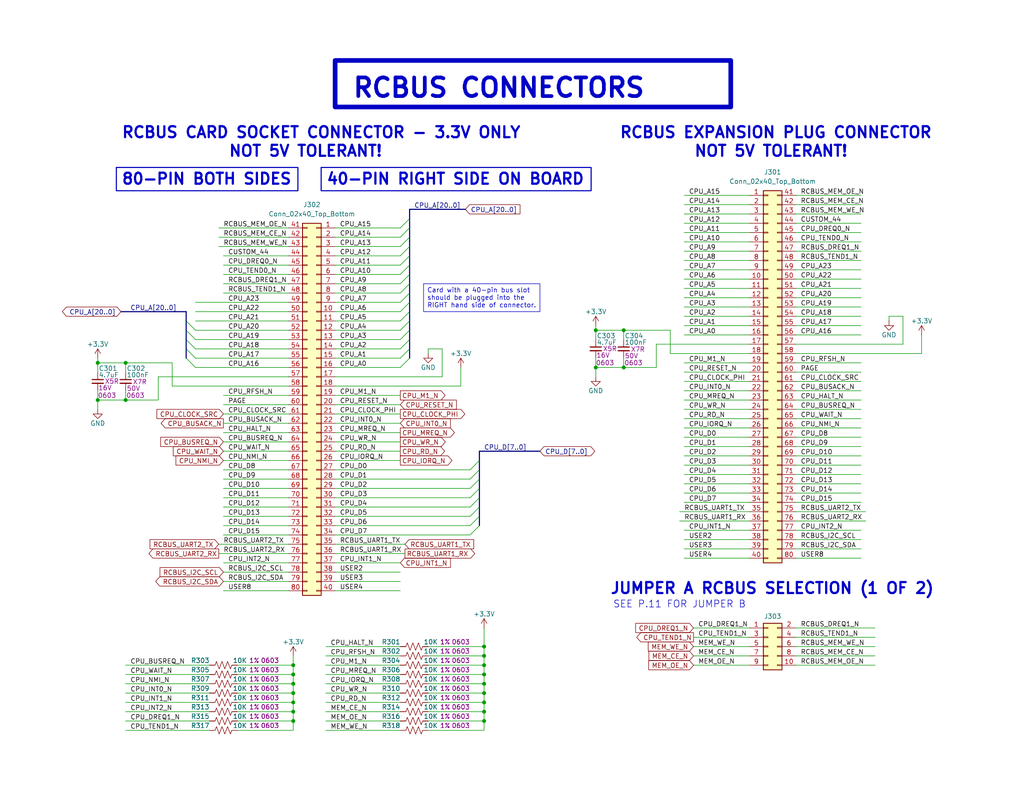
<source format=kicad_sch>
(kicad_sch (version 20231120) (generator "eeschema") (generator_version "8.0")
  (paper "A")
  (title_block (title "PETER") (date "2024-07-29") (rev "0.0") (company "Denno Wiggle") (comment 1 "CPU Bus Connections."))
  (lib_symbols
    (symbol "Connector_Generic:Conn_02x05_Odd_Even" (pin_names (offset 1.016) hide)
      (property "Reference" "J" (at 1.27 7.62 0))
      (property "Value" "Conn_02x05_Odd_Even" (at 1.27 -7.62 0))
      (symbol "Conn_02x05_Odd_Even_1_1"
        (pin passive line (at -5.08 5.08 0) (length 3.81) (name "Pin_1") (number "1"))
        (pin passive line (at 7.62 -5.08 180) (length 3.81) (name "Pin_10") (number "10"))
        (pin passive line (at 7.62 5.08 180) (length 3.81) (name "Pin_2") (number "2"))
        (pin passive line (at -5.08 2.54 0) (length 3.81) (name "Pin_3") (number "3"))
        (pin passive line (at 7.62 2.54 180) (length 3.81) (name "Pin_4") (number "4"))
        (pin passive line (at -5.08 0 0) (length 3.81) (name "Pin_5") (number "5"))
        (pin passive line (at 7.62 0 180) (length 3.81) (name "Pin_6") (number "6"))
        (pin passive line (at -5.08 -2.54 0) (length 3.81) (name "Pin_7") (number "7"))
        (pin passive line (at 7.62 -2.54 180) (length 3.81) (name "Pin_8") (number "8"))
        (pin passive line (at -5.08 -5.08 0) (length 3.81) (name "Pin_9") (number "9"))
      )
    )
    (symbol "Connector_Generic:Conn_02x40_Top_Bottom" (pin_names (offset 1.016) hide)
      (property "Reference" "J" (at 1.27 50.8 0))
      (property "Value" "Conn_02x40_Top_Bottom" (at 1.27 -53.34 0))
      (symbol "Conn_02x40_Top_Bottom_1_1"
        (pin passive line (at -5.08 48.26 0) (length 3.81) (name "Pin_1") (number "1"))
        (pin passive line (at -5.08 25.4 0) (length 3.81) (name "Pin_10") (number "10"))
        (pin passive line (at -5.08 22.86 0) (length 3.81) (name "Pin_11") (number "11"))
        (pin passive line (at -5.08 20.32 0) (length 3.81) (name "Pin_12") (number "12"))
        (pin passive line (at -5.08 17.78 0) (length 3.81) (name "Pin_13") (number "13"))
        (pin passive line (at -5.08 15.24 0) (length 3.81) (name "Pin_14") (number "14"))
        (pin passive line (at -5.08 12.7 0) (length 3.81) (name "Pin_15") (number "15"))
        (pin passive line (at -5.08 10.16 0) (length 3.81) (name "Pin_16") (number "16"))
        (pin passive line (at -5.08 7.62 0) (length 3.81) (name "Pin_17") (number "17"))
        (pin passive line (at -5.08 5.08 0) (length 3.81) (name "Pin_18") (number "18"))
        (pin passive line (at -5.08 2.54 0) (length 3.81) (name "Pin_19") (number "19"))
        (pin passive line (at -5.08 45.72 0) (length 3.81) (name "Pin_2") (number "2"))
        (pin passive line (at -5.08 0 0) (length 3.81) (name "Pin_20") (number "20"))
        (pin passive line (at -5.08 -2.54 0) (length 3.81) (name "Pin_21") (number "21"))
        (pin passive line (at -5.08 -5.08 0) (length 3.81) (name "Pin_22") (number "22"))
        (pin passive line (at -5.08 -7.62 0) (length 3.81) (name "Pin_23") (number "23"))
        (pin passive line (at -5.08 -10.16 0) (length 3.81) (name "Pin_24") (number "24"))
        (pin passive line (at -5.08 -12.7 0) (length 3.81) (name "Pin_25") (number "25"))
        (pin passive line (at -5.08 -15.24 0) (length 3.81) (name "Pin_26") (number "26"))
        (pin passive line (at -5.08 -17.78 0) (length 3.81) (name "Pin_27") (number "27"))
        (pin passive line (at -5.08 -20.32 0) (length 3.81) (name "Pin_28") (number "28"))
        (pin passive line (at -5.08 -22.86 0) (length 3.81) (name "Pin_29") (number "29"))
        (pin passive line (at -5.08 43.18 0) (length 3.81) (name "Pin_3") (number "3"))
        (pin passive line (at -5.08 -25.4 0) (length 3.81) (name "Pin_30") (number "30"))
        (pin passive line (at -5.08 -27.94 0) (length 3.81) (name "Pin_31") (number "31"))
        (pin passive line (at -5.08 -30.48 0) (length 3.81) (name "Pin_32") (number "32"))
        (pin passive line (at -5.08 -33.02 0) (length 3.81) (name "Pin_33") (number "33"))
        (pin passive line (at -5.08 -35.56 0) (length 3.81) (name "Pin_34") (number "34"))
        (pin passive line (at -5.08 -38.1 0) (length 3.81) (name "Pin_35") (number "35"))
        (pin passive line (at -5.08 -40.64 0) (length 3.81) (name "Pin_36") (number "36"))
        (pin passive line (at -5.08 -43.18 0) (length 3.81) (name "Pin_37") (number "37"))
        (pin passive line (at -5.08 -45.72 0) (length 3.81) (name "Pin_38") (number "38"))
        (pin passive line (at -5.08 -48.26 0) (length 3.81) (name "Pin_39") (number "39"))
        (pin passive line (at -5.08 40.64 0) (length 3.81) (name "Pin_4") (number "4"))
        (pin passive line (at -5.08 -50.8 0) (length 3.81) (name "Pin_40") (number "40"))
        (pin passive line (at 7.62 48.26 180) (length 3.81) (name "Pin_41") (number "41"))
        (pin passive line (at 7.62 45.72 180) (length 3.81) (name "Pin_42") (number "42"))
        (pin passive line (at 7.62 43.18 180) (length 3.81) (name "Pin_43") (number "43"))
        (pin passive line (at 7.62 40.64 180) (length 3.81) (name "Pin_44") (number "44"))
        (pin passive line (at 7.62 38.1 180) (length 3.81) (name "Pin_45") (number "45"))
        (pin passive line (at 7.62 35.56 180) (length 3.81) (name "Pin_46") (number "46"))
        (pin passive line (at 7.62 33.02 180) (length 3.81) (name "Pin_47") (number "47"))
        (pin passive line (at 7.62 30.48 180) (length 3.81) (name "Pin_48") (number "48"))
        (pin passive line (at 7.62 27.94 180) (length 3.81) (name "Pin_49") (number "49"))
        (pin passive line (at -5.08 38.1 0) (length 3.81) (name "Pin_5") (number "5"))
        (pin passive line (at 7.62 25.4 180) (length 3.81) (name "Pin_50") (number "50"))
        (pin passive line (at 7.62 22.86 180) (length 3.81) (name "Pin_51") (number "51"))
        (pin passive line (at 7.62 20.32 180) (length 3.81) (name "Pin_52") (number "52"))
        (pin passive line (at 7.62 17.78 180) (length 3.81) (name "Pin_53") (number "53"))
        (pin passive line (at 7.62 15.24 180) (length 3.81) (name "Pin_54") (number "54"))
        (pin passive line (at 7.62 12.7 180) (length 3.81) (name "Pin_55") (number "55"))
        (pin passive line (at 7.62 10.16 180) (length 3.81) (name "Pin_56") (number "56"))
        (pin passive line (at 7.62 7.62 180) (length 3.81) (name "Pin_57") (number "57"))
        (pin passive line (at 7.62 5.08 180) (length 3.81) (name "Pin_58") (number "58"))
        (pin passive line (at 7.62 2.54 180) (length 3.81) (name "Pin_59") (number "59"))
        (pin passive line (at -5.08 35.56 0) (length 3.81) (name "Pin_6") (number "6"))
        (pin passive line (at 7.62 0 180) (length 3.81) (name "Pin_60") (number "60"))
        (pin passive line (at 7.62 -2.54 180) (length 3.81) (name "Pin_61") (number "61"))
        (pin passive line (at 7.62 -5.08 180) (length 3.81) (name "Pin_62") (number "62"))
        (pin passive line (at 7.62 -7.62 180) (length 3.81) (name "Pin_63") (number "63"))
        (pin passive line (at 7.62 -10.16 180) (length 3.81) (name "Pin_64") (number "64"))
        (pin passive line (at 7.62 -12.7 180) (length 3.81) (name "Pin_65") (number "65"))
        (pin passive line (at 7.62 -15.24 180) (length 3.81) (name "Pin_66") (number "66"))
        (pin passive line (at 7.62 -17.78 180) (length 3.81) (name "Pin_67") (number "67"))
        (pin passive line (at 7.62 -20.32 180) (length 3.81) (name "Pin_68") (number "68"))
        (pin passive line (at 7.62 -22.86 180) (length 3.81) (name "Pin_69") (number "69"))
        (pin passive line (at -5.08 33.02 0) (length 3.81) (name "Pin_7") (number "7"))
        (pin passive line (at 7.62 -25.4 180) (length 3.81) (name "Pin_70") (number "70"))
        (pin passive line (at 7.62 -27.94 180) (length 3.81) (name "Pin_71") (number "71"))
        (pin passive line (at 7.62 -30.48 180) (length 3.81) (name "Pin_72") (number "72"))
        (pin passive line (at 7.62 -33.02 180) (length 3.81) (name "Pin_73") (number "73"))
        (pin passive line (at 7.62 -35.56 180) (length 3.81) (name "Pin_74") (number "74"))
        (pin passive line (at 7.62 -38.1 180) (length 3.81) (name "Pin_75") (number "75"))
        (pin passive line (at 7.62 -40.64 180) (length 3.81) (name "Pin_76") (number "76"))
        (pin passive line (at 7.62 -43.18 180) (length 3.81) (name "Pin_77") (number "77"))
        (pin passive line (at 7.62 -45.72 180) (length 3.81) (name "Pin_78") (number "78"))
        (pin passive line (at 7.62 -48.26 180) (length 3.81) (name "Pin_79") (number "79"))
        (pin passive line (at -5.08 30.48 0) (length 3.81) (name "Pin_8") (number "8"))
        (pin passive line (at 7.62 -50.8 180) (length 3.81) (name "Pin_80") (number "80"))
        (pin passive line (at -5.08 27.94 0) (length 3.81) (name "Pin_9") (number "9"))
      )
    )
    (symbol "GND_1" (power) (pin_numbers hide) (pin_names (offset 0) hide)
      (property "Value" "GND" (at 0 -3.81 0))
      (symbol "GND_1_1_1"
        (pin power_in line (at 0 0 270) (length 0) (name "~") (number "1"))
      )
    )
    (symbol "GND_2" (power) (pin_numbers hide) (pin_names (offset 0) hide)
      (property "Value" "GND" (at 0 -3.81 0))
      (symbol "GND_2_1_1"
        (pin power_in line (at 0 0 270) (length 0) (name "~") (number "1"))
      )
    )
    (symbol "WTM:C_100nF_X7R_16V_0805H" (pin_numbers hide) (pin_names (offset 0) hide)
      (property "Reference" "C" (at 0.254 3.556 0))
      (property "Value" "100nF" (at 0.254 1.778 0))
      (property "Dielectric" "X7R" (at 1.905 -0.127 0))
      (property "Voltage" "16V" (at 0.254 -1.905 0))
      (property "Footprint2" "0805H" (at 0.127 -3.81 0))
      (symbol "C_100nF_X7R_16V_0805H_1_1"
        (pin passive line (at 0 2.54 270) (length 2.032) (name "~") (number "1"))
        (pin passive line (at 0 -2.54 90) (length 2.032) (name "~") (number "2"))
      )
    )
    (symbol "WTM:C_10uF_X5R_16V_0805H" (pin_numbers hide) (pin_names (offset 0.254) hide)
      (property "Reference" "C206" (at 0.254 3.556 0))
      (property "Value" "10uF" (at 0.254 1.778 0))
      (property "Dielectric" "X5R" (at 1.905 0.762 0))
      (property "Voltage" "16V" (at 0.127 -1.016 0))
      (property "Footprint2" "0805H" (at 3.302 -3.81 0))
      (symbol "C_10uF_X5R_16V_0805H_1_1"
        (pin passive line (at 0 2.54 270) (length 2.032) (name "~") (number "1"))
        (pin passive line (at 0 -2.54 90) (length 2.032) (name "~") (number "2"))
      )
    )
    (symbol "WTM:R_33R_5%_0805H_Horizontal1" (pin_numbers hide) (pin_names (offset 0))
      (property "Reference" "R" (at -7.62 1.27 0))
      (property "Value" "33R" (at 2.54 1.27 0))
      (property "Tolerance" "5%" (at 2.54 -1.27 0))
      (property "Footprint2" "0805H" (at -8.89 -1.27 0))
      (symbol "R_33R_5%_0805H_Horizontal1_1_1"
        (pin passive line (at -3.81 0 0) (length 1.27) (name "~") (number "1"))
        (pin passive line (at 3.81 0 180) (length 1.27) (name "~") (number "2"))
      )
    )
    (symbol "power:+3.3V" (power) (pin_numbers hide) (pin_names (offset 0) hide)
      (property "Value" "+3.3V" (at 0 3.556 0))
      (symbol "+3.3V_1_1"
        (pin power_in line (at 0 0 90) (length 0) (name "~") (number "1"))
      )
    )
  )
  (junction (at 132.08 179.07))
  (junction (at 132.08 186.69))
  (junction (at 132.08 196.85))
  (junction (at 132.08 194.31))
  (junction (at 162.56 100.33))
  (junction (at 80.01 194.31))
  (junction (at 80.01 181.61))
  (junction (at 26.67 109.22))
  (junction (at 80.01 186.69))
  (junction (at 34.29 99.06))
  (junction (at 80.01 196.85))
  (junction (at 170.18 100.33))
  (junction (at 170.18 90.17))
  (junction (at 132.08 176.53))
  (junction (at 80.01 189.23))
  (junction (at 80.01 184.15))
  (junction (at 34.29 109.22))
  (junction (at 132.08 181.61))
  (junction (at 162.56 90.17))
  (junction (at 132.08 191.77))
  (junction (at 26.67 99.06))
  (junction (at 132.08 189.23))
  (junction (at 132.08 184.15))
  (junction (at 80.01 191.77))
  (bus_entry (at 109.22 64.77) (size 2.54 -2.54))
  (bus_entry (at 109.22 97.79) (size 2.54 -2.54))
  (bus_entry (at 109.22 87.63) (size 2.54 -2.54))
  (bus_entry (at 128.27 146.05) (size 2.54 -2.54))
  (bus_entry (at 128.27 140.97) (size 2.54 -2.54))
  (bus_entry (at 109.22 90.17) (size 2.54 -2.54))
  (bus_entry (at 109.22 92.71) (size 2.54 -2.54))
  (bus_entry (at 109.22 74.93) (size 2.54 -2.54))
  (bus_entry (at 109.22 72.39) (size 2.54 -2.54))
  (bus_entry (at 109.22 77.47) (size 2.54 -2.54))
  (bus_entry (at 50.8 97.79) (size 2.54 2.54))
  (bus_entry (at 128.27 135.89) (size 2.54 -2.54))
  (bus_entry (at 109.22 100.33) (size 2.54 -2.54))
  (bus_entry (at 109.22 95.25) (size 2.54 -2.54))
  (bus_entry (at 109.22 80.01) (size 2.54 -2.54))
  (bus_entry (at 50.8 95.25) (size 2.54 2.54))
  (bus_entry (at 109.22 62.23) (size 2.54 -2.54))
  (bus_entry (at 128.27 133.35) (size 2.54 -2.54))
  (bus_entry (at 50.8 87.63) (size 2.54 2.54))
  (bus_entry (at 50.8 90.17) (size 2.54 2.54))
  (bus_entry (at 128.27 128.27) (size 2.54 -2.54))
  (bus_entry (at 50.8 92.71) (size 2.54 2.54))
  (bus_entry (at 128.27 138.43) (size 2.54 -2.54))
  (bus_entry (at 109.22 67.31) (size 2.54 -2.54))
  (bus_entry (at 128.27 130.81) (size 2.54 -2.54))
  (bus_entry (at 109.22 85.09) (size 2.54 -2.54))
  (bus_entry (at 109.22 69.85) (size 2.54 -2.54))
  (bus_entry (at 109.22 82.55) (size 2.54 -2.54))
  (bus_entry (at 128.27 143.51) (size 2.54 -2.54))
  (wire (pts (xy 59.69 67.31) (xy 78.74 67.31)))
  (wire (pts (xy 217.17 66.04) (xy 234.95 66.04)))
  (wire (pts (xy 80.01 186.69) (xy 64.77 186.69)))
  (wire (pts (xy 91.44 115.57) (xy 109.22 115.57)))
  (wire (pts (xy 91.44 135.89) (xy 128.27 135.89)))
  (wire (pts (xy 186.69 58.42) (xy 204.47 58.42)))
  (wire (pts (xy 60.96 113.03) (xy 78.74 113.03)))
  (wire (pts (xy 34.29 184.15) (xy 57.15 184.15)))
  (wire (pts (xy 217.17 106.68) (xy 234.95 106.68)))
  (wire (pts (xy 217.17 124.46) (xy 234.95 124.46)))
  (wire (pts (xy 116.84 191.77) (xy 132.08 191.77)))
  (wire (pts (xy 88.9 189.23) (xy 109.22 189.23)))
  (wire (pts (xy 217.17 88.9) (xy 234.95 88.9)))
  (wire (pts (xy 91.44 85.09) (xy 109.22 85.09)))
  (wire (pts (xy 53.34 95.25) (xy 78.74 95.25)))
  (wire (pts (xy 80.01 186.69) (xy 80.01 189.23)))
  (wire (pts (xy 186.69 60.96) (xy 204.47 60.96)))
  (wire (pts (xy 217.17 58.42) (xy 234.95 58.42)))
  (wire (pts (xy 60.96 130.81) (xy 78.74 130.81)))
  (wire (pts (xy 186.69 129.54) (xy 204.47 129.54)))
  (wire (pts (xy 186.69 134.62) (xy 204.47 134.62)))
  (wire (pts (xy 116.84 199.39) (xy 132.08 199.39)))
  (wire (pts (xy 91.44 72.39) (xy 109.22 72.39)))
  (wire (pts (xy 53.34 92.71) (xy 78.74 92.71)))
  (wire (pts (xy 88.9 176.53) (xy 109.22 176.53)))
  (wire (pts (xy 34.29 194.31) (xy 57.15 194.31)))
  (wire (pts (xy 217.17 53.34) (xy 234.95 53.34)))
  (wire (pts (xy 91.44 143.51) (xy 128.27 143.51)))
  (wire (pts (xy 217.17 134.62) (xy 234.95 134.62)))
  (wire (pts (xy 80.01 189.23) (xy 64.77 189.23)))
  (wire (pts (xy 132.08 194.31) (xy 132.08 191.77)))
  (wire (pts (xy 116.84 181.61) (xy 132.08 181.61)))
  (wire (pts (xy 60.96 110.49) (xy 78.74 110.49)))
  (wire (pts (xy 217.17 68.58) (xy 234.95 68.58)))
  (wire (pts (xy 60.96 120.65) (xy 78.74 120.65)))
  (bus (pts (xy 111.76 97.79) (xy 111.76 95.25)))
  (wire (pts (xy 185.42 139.7) (xy 204.47 139.7)))
  (wire (pts (xy 186.69 124.46) (xy 204.47 124.46)))
  (wire (pts (xy 26.67 99.06) (xy 34.29 99.06)))
  (wire (pts (xy 59.69 151.13) (xy 78.74 151.13)))
  (wire (pts (xy 80.01 181.61) (xy 64.77 181.61)))
  (wire (pts (xy 80.01 196.85) (xy 80.01 194.31)))
  (wire (pts (xy 132.08 184.15) (xy 132.08 186.69)))
  (wire (pts (xy 91.44 82.55) (xy 109.22 82.55)))
  (wire (pts (xy 34.29 109.22) (xy 43.18 109.22)))
  (wire (pts (xy 91.44 64.77) (xy 109.22 64.77)))
  (wire (pts (xy 186.69 68.58) (xy 204.47 68.58)))
  (wire (pts (xy 186.69 121.92) (xy 204.47 121.92)))
  (bus (pts (xy 130.81 130.81) (xy 130.81 128.27)))
  (bus (pts (xy 130.81 135.89) (xy 130.81 133.35)))
  (wire (pts (xy 60.96 80.01) (xy 78.74 80.01)))
  (wire (pts (xy 91.44 87.63) (xy 109.22 87.63)))
  (wire (pts (xy 186.69 53.34) (xy 204.47 53.34)))
  (wire (pts (xy 60.96 69.85) (xy 78.74 69.85)))
  (wire (pts (xy 179.07 93.98) (xy 204.47 93.98)))
  (wire (pts (xy 185.42 142.24) (xy 204.47 142.24)))
  (wire (pts (xy 217.17 73.66) (xy 234.95 73.66)))
  (wire (pts (xy 217.17 93.98) (xy 246.38 93.98)))
  (wire (pts (xy 186.69 101.6) (xy 204.47 101.6)))
  (wire (pts (xy 162.56 90.17) (xy 162.56 92.71)))
  (wire (pts (xy 116.84 176.53) (xy 132.08 176.53)))
  (wire (pts (xy 217.17 71.12) (xy 234.95 71.12)))
  (wire (pts (xy 132.08 186.69) (xy 132.08 189.23)))
  (wire (pts (xy 91.44 113.03) (xy 109.22 113.03)))
  (wire (pts (xy 120.65 95.25) (xy 120.65 102.87)))
  (wire (pts (xy 26.67 97.79) (xy 26.67 99.06)))
  (wire (pts (xy 26.67 109.22) (xy 26.67 106.68)))
  (wire (pts (xy 60.96 135.89) (xy 78.74 135.89)))
  (wire (pts (xy 34.29 199.39) (xy 57.15 199.39)))
  (bus (pts (xy 50.8 87.63) (xy 50.8 90.17)))
  (wire (pts (xy 60.96 118.11) (xy 78.74 118.11)))
  (bus (pts (xy 130.81 140.97) (xy 130.81 138.43)))
  (bus (pts (xy 111.76 95.25) (xy 111.76 92.71)))
  (wire (pts (xy 64.77 191.77) (xy 80.01 191.77)))
  (wire (pts (xy 186.69 55.88) (xy 204.47 55.88)))
  (wire (pts (xy 34.29 109.22) (xy 26.67 109.22)))
  (wire (pts (xy 53.34 90.17) (xy 78.74 90.17)))
  (wire (pts (xy 43.18 102.87) (xy 78.74 102.87)))
  (wire (pts (xy 179.07 100.33) (xy 179.07 93.98)))
  (wire (pts (xy 34.29 189.23) (xy 57.15 189.23)))
  (wire (pts (xy 217.17 91.44) (xy 234.95 91.44)))
  (wire (pts (xy 91.44 105.41) (xy 125.73 105.41)))
  (wire (pts (xy 64.77 196.85) (xy 80.01 196.85)))
  (wire (pts (xy 186.69 63.5) (xy 204.47 63.5)))
  (wire (pts (xy 59.69 148.59) (xy 78.74 148.59)))
  (wire (pts (xy 91.44 80.01) (xy 109.22 80.01)))
  (wire (pts (xy 217.17 173.99) (xy 238.76 173.99)))
  (wire (pts (xy 34.29 186.69) (xy 57.15 186.69)))
  (wire (pts (xy 88.9 191.77) (xy 109.22 191.77)))
  (wire (pts (xy 217.17 147.32) (xy 234.95 147.32)))
  (wire (pts (xy 182.88 90.17) (xy 182.88 96.52)))
  (bus (pts (xy 50.8 95.25) (xy 50.8 97.79)))
  (wire (pts (xy 186.69 83.82) (xy 204.47 83.82)))
  (wire (pts (xy 60.96 143.51) (xy 78.74 143.51)))
  (wire (pts (xy 217.17 86.36) (xy 234.95 86.36)))
  (wire (pts (xy 64.77 194.31) (xy 80.01 194.31)))
  (wire (pts (xy 186.69 91.44) (xy 204.47 91.44)))
  (wire (pts (xy 59.69 64.77) (xy 78.74 64.77)))
  (bus (pts (xy 111.76 87.63) (xy 111.76 85.09)))
  (bus (pts (xy 111.76 57.15) (xy 127 57.15)))
  (bus (pts (xy 111.76 64.77) (xy 111.76 62.23)))
  (wire (pts (xy 217.17 81.28) (xy 234.95 81.28)))
  (wire (pts (xy 162.56 100.33) (xy 162.56 102.87)))
  (wire (pts (xy 217.17 104.14) (xy 234.95 104.14)))
  (bus (pts (xy 50.8 92.71) (xy 50.8 95.25)))
  (bus (pts (xy 130.81 123.19) (xy 147.32 123.19)))
  (wire (pts (xy 91.44 148.59) (xy 110.49 148.59)))
  (wire (pts (xy 91.44 107.95) (xy 109.22 107.95)))
  (wire (pts (xy 170.18 97.79) (xy 170.18 100.33)))
  (wire (pts (xy 186.69 132.08) (xy 204.47 132.08)))
  (wire (pts (xy 170.18 90.17) (xy 182.88 90.17)))
  (wire (pts (xy 217.17 83.82) (xy 234.95 83.82)))
  (wire (pts (xy 91.44 151.13) (xy 110.49 151.13)))
  (wire (pts (xy 91.44 90.17) (xy 109.22 90.17)))
  (bus (pts (xy 111.76 92.71) (xy 111.76 90.17)))
  (bus (pts (xy 50.8 85.09) (xy 50.8 87.63)))
  (wire (pts (xy 189.23 171.45) (xy 204.47 171.45)))
  (wire (pts (xy 246.38 86.36) (xy 246.38 93.98)))
  (wire (pts (xy 88.9 184.15) (xy 109.22 184.15)))
  (wire (pts (xy 60.96 77.47) (xy 78.74 77.47)))
  (wire (pts (xy 91.44 161.29) (xy 109.22 161.29)))
  (wire (pts (xy 34.29 181.61) (xy 57.15 181.61)))
  (wire (pts (xy 189.23 181.61) (xy 204.47 181.61)))
  (wire (pts (xy 251.46 91.44) (xy 251.46 96.52)))
  (wire (pts (xy 91.44 125.73) (xy 109.22 125.73)))
  (wire (pts (xy 53.34 82.55) (xy 78.74 82.55)))
  (wire (pts (xy 132.08 171.45) (xy 132.08 176.53)))
  (wire (pts (xy 60.96 72.39) (xy 78.74 72.39)))
  (wire (pts (xy 186.69 144.78) (xy 204.47 144.78)))
  (wire (pts (xy 91.44 128.27) (xy 128.27 128.27)))
  (wire (pts (xy 186.69 109.22) (xy 204.47 109.22)))
  (bus (pts (xy 50.8 90.17) (xy 50.8 92.71)))
  (wire (pts (xy 91.44 69.85) (xy 109.22 69.85)))
  (wire (pts (xy 217.17 142.24) (xy 236.22 142.24)))
  (wire (pts (xy 60.96 158.75) (xy 78.74 158.75)))
  (wire (pts (xy 217.17 152.4) (xy 234.95 152.4)))
  (bus (pts (xy 130.81 133.35) (xy 130.81 130.81)))
  (wire (pts (xy 91.44 140.97) (xy 128.27 140.97)))
  (wire (pts (xy 186.69 137.16) (xy 204.47 137.16)))
  (wire (pts (xy 125.73 100.33) (xy 125.73 105.41)))
  (wire (pts (xy 34.29 99.06) (xy 46.99 99.06)))
  (wire (pts (xy 186.69 78.74) (xy 204.47 78.74)))
  (wire (pts (xy 91.44 67.31) (xy 109.22 67.31)))
  (wire (pts (xy 80.01 184.15) (xy 80.01 186.69)))
  (wire (pts (xy 242.57 86.36) (xy 242.57 87.63)))
  (bus (pts (xy 111.76 62.23) (xy 111.76 59.69)))
  (wire (pts (xy 186.69 119.38) (xy 204.47 119.38)))
  (wire (pts (xy 53.34 97.79) (xy 78.74 97.79)))
  (wire (pts (xy 217.17 99.06) (xy 234.95 99.06)))
  (wire (pts (xy 60.96 140.97) (xy 78.74 140.97)))
  (wire (pts (xy 91.44 158.75) (xy 109.22 158.75)))
  (wire (pts (xy 217.17 139.7) (xy 236.22 139.7)))
  (wire (pts (xy 217.17 119.38) (xy 234.95 119.38)))
  (bus (pts (xy 111.76 77.47) (xy 111.76 74.93)))
  (wire (pts (xy 217.17 55.88) (xy 234.95 55.88)))
  (wire (pts (xy 91.44 133.35) (xy 128.27 133.35)))
  (wire (pts (xy 217.17 144.78) (xy 234.95 144.78)))
  (wire (pts (xy 186.69 127) (xy 204.47 127)))
  (wire (pts (xy 132.08 179.07) (xy 132.08 181.61)))
  (wire (pts (xy 91.44 92.71) (xy 109.22 92.71)))
  (bus (pts (xy 111.76 80.01) (xy 111.76 77.47)))
  (wire (pts (xy 88.9 194.31) (xy 109.22 194.31)))
  (wire (pts (xy 80.01 181.61) (xy 80.01 184.15)))
  (wire (pts (xy 186.69 86.36) (xy 204.47 86.36)))
  (wire (pts (xy 186.69 81.28) (xy 204.47 81.28)))
  (wire (pts (xy 60.96 138.43) (xy 78.74 138.43)))
  (wire (pts (xy 59.69 62.23) (xy 78.74 62.23)))
  (wire (pts (xy 60.96 161.29) (xy 78.74 161.29)))
  (wire (pts (xy 80.01 194.31) (xy 80.01 191.77)))
  (wire (pts (xy 60.96 133.35) (xy 78.74 133.35)))
  (wire (pts (xy 34.29 99.06) (xy 34.29 101.6)))
  (wire (pts (xy 186.69 73.66) (xy 204.47 73.66)))
  (wire (pts (xy 116.84 95.25) (xy 116.84 96.52)))
  (wire (pts (xy 116.84 194.31) (xy 132.08 194.31)))
  (wire (pts (xy 217.17 149.86) (xy 234.95 149.86)))
  (wire (pts (xy 186.69 99.06) (xy 204.47 99.06)))
  (wire (pts (xy 91.44 153.67) (xy 109.22 153.67)))
  (wire (pts (xy 186.69 71.12) (xy 204.47 71.12)))
  (wire (pts (xy 132.08 176.53) (xy 132.08 179.07)))
  (wire (pts (xy 60.96 125.73) (xy 78.74 125.73)))
  (bus (pts (xy 130.81 138.43) (xy 130.81 135.89)))
  (bus (pts (xy 111.76 59.69) (xy 111.76 57.15)))
  (wire (pts (xy 162.56 88.9) (xy 162.56 90.17)))
  (bus (pts (xy 130.81 128.27) (xy 130.81 125.73)))
  (wire (pts (xy 91.44 130.81) (xy 128.27 130.81)))
  (wire (pts (xy 91.44 156.21) (xy 109.22 156.21)))
  (wire (pts (xy 91.44 110.49) (xy 109.22 110.49)))
  (wire (pts (xy 53.34 100.33) (xy 78.74 100.33)))
  (wire (pts (xy 34.29 106.68) (xy 34.29 109.22)))
  (wire (pts (xy 217.17 116.84) (xy 234.95 116.84)))
  (wire (pts (xy 246.38 86.36) (xy 242.57 86.36)))
  (wire (pts (xy 217.17 129.54) (xy 234.95 129.54)))
  (wire (pts (xy 120.65 95.25) (xy 116.84 95.25)))
  (bus (pts (xy 111.76 90.17) (xy 111.76 87.63)))
  (wire (pts (xy 189.23 179.07) (xy 204.47 179.07)))
  (wire (pts (xy 116.84 196.85) (xy 132.08 196.85)))
  (wire (pts (xy 186.69 88.9) (xy 204.47 88.9)))
  (wire (pts (xy 53.34 87.63) (xy 78.74 87.63)))
  (wire (pts (xy 91.44 102.87) (xy 120.65 102.87)))
  (wire (pts (xy 46.99 99.06) (xy 46.99 105.41)))
  (wire (pts (xy 88.9 181.61) (xy 109.22 181.61)))
  (wire (pts (xy 186.69 114.3) (xy 204.47 114.3)))
  (wire (pts (xy 60.96 153.67) (xy 78.74 153.67)))
  (bus (pts (xy 111.76 72.39) (xy 111.76 69.85)))
  (wire (pts (xy 91.44 74.93) (xy 109.22 74.93)))
  (wire (pts (xy 60.96 115.57) (xy 78.74 115.57)))
  (wire (pts (xy 60.96 74.93) (xy 78.74 74.93)))
  (wire (pts (xy 91.44 62.23) (xy 109.22 62.23)))
  (wire (pts (xy 162.56 100.33) (xy 162.56 97.79)))
  (bus (pts (xy 111.76 85.09) (xy 111.76 82.55)))
  (wire (pts (xy 217.17 132.08) (xy 234.95 132.08)))
  (wire (pts (xy 60.96 128.27) (xy 78.74 128.27)))
  (bus (pts (xy 130.81 125.73) (xy 130.81 123.19)))
  (wire (pts (xy 116.84 179.07) (xy 132.08 179.07)))
  (wire (pts (xy 60.96 146.05) (xy 78.74 146.05)))
  (wire (pts (xy 116.84 189.23) (xy 132.08 189.23)))
  (wire (pts (xy 217.17 121.92) (xy 234.95 121.92)))
  (wire (pts (xy 217.17 63.5) (xy 234.95 63.5)))
  (wire (pts (xy 132.08 199.39) (xy 132.08 196.85)))
  (wire (pts (xy 88.9 186.69) (xy 109.22 186.69)))
  (wire (pts (xy 217.17 101.6) (xy 234.95 101.6)))
  (wire (pts (xy 116.84 186.69) (xy 132.08 186.69)))
  (wire (pts (xy 91.44 95.25) (xy 109.22 95.25)))
  (wire (pts (xy 170.18 90.17) (xy 170.18 92.71)))
  (wire (pts (xy 186.69 104.14) (xy 204.47 104.14)))
  (wire (pts (xy 26.67 99.06) (xy 26.67 101.6)))
  (wire (pts (xy 189.23 176.53) (xy 204.47 176.53)))
  (wire (pts (xy 170.18 100.33) (xy 179.07 100.33)))
  (wire (pts (xy 217.17 109.22) (xy 234.95 109.22)))
  (wire (pts (xy 91.44 118.11) (xy 109.22 118.11)))
  (wire (pts (xy 217.17 179.07) (xy 238.76 179.07)))
  (wire (pts (xy 170.18 100.33) (xy 162.56 100.33)))
  (wire (pts (xy 186.69 116.84) (xy 204.47 116.84)))
  (wire (pts (xy 132.08 189.23) (xy 132.08 191.77)))
  (wire (pts (xy 91.44 146.05) (xy 128.27 146.05)))
  (bus (pts (xy 111.76 82.55) (xy 111.76 80.01)))
  (bus (pts (xy 111.76 74.93) (xy 111.76 72.39)))
  (wire (pts (xy 186.69 152.4) (xy 204.47 152.4)))
  (wire (pts (xy 91.44 138.43) (xy 128.27 138.43)))
  (wire (pts (xy 80.01 184.15) (xy 64.77 184.15)))
  (wire (pts (xy 217.17 96.52) (xy 251.46 96.52)))
  (wire (pts (xy 34.29 196.85) (xy 57.15 196.85)))
  (wire (pts (xy 189.23 173.99) (xy 204.47 173.99)))
  (wire (pts (xy 88.9 196.85) (xy 109.22 196.85)))
  (wire (pts (xy 162.56 90.17) (xy 170.18 90.17)))
  (wire (pts (xy 80.01 199.39) (xy 80.01 196.85)))
  (wire (pts (xy 217.17 176.53) (xy 238.76 176.53)))
  (wire (pts (xy 91.44 100.33) (xy 109.22 100.33)))
  (wire (pts (xy 46.99 105.41) (xy 78.74 105.41)))
  (wire (pts (xy 53.34 85.09) (xy 78.74 85.09)))
  (bus (pts (xy 111.76 69.85) (xy 111.76 67.31)))
  (wire (pts (xy 91.44 123.19) (xy 109.22 123.19)))
  (bus (pts (xy 130.81 143.51) (xy 130.81 140.97)))
  (wire (pts (xy 60.96 107.95) (xy 78.74 107.95)))
  (wire (pts (xy 182.88 96.52) (xy 204.47 96.52)))
  (wire (pts (xy 60.96 156.21) (xy 78.74 156.21)))
  (wire (pts (xy 64.77 199.39) (xy 80.01 199.39)))
  (wire (pts (xy 43.18 109.22) (xy 43.18 102.87)))
  (wire (pts (xy 88.9 179.07) (xy 109.22 179.07)))
  (wire (pts (xy 217.17 111.76) (xy 234.95 111.76)))
  (wire (pts (xy 217.17 137.16) (xy 234.95 137.16)))
  (wire (pts (xy 186.69 106.68) (xy 204.47 106.68)))
  (wire (pts (xy 132.08 196.85) (xy 132.08 194.31)))
  (wire (pts (xy 186.69 66.04) (xy 204.47 66.04)))
  (wire (pts (xy 186.69 149.86) (xy 204.47 149.86)))
  (wire (pts (xy 217.17 60.96) (xy 234.95 60.96)))
  (bus (pts (xy 111.76 67.31) (xy 111.76 64.77)))
  (wire (pts (xy 80.01 179.07) (xy 80.01 181.61)))
  (wire (pts (xy 91.44 77.47) (xy 109.22 77.47)))
  (wire (pts (xy 132.08 181.61) (xy 132.08 184.15)))
  (wire (pts (xy 217.17 171.45) (xy 238.76 171.45)))
  (wire (pts (xy 186.69 76.2) (xy 204.47 76.2)))
  (wire (pts (xy 80.01 191.77) (xy 80.01 189.23)))
  (bus (pts (xy 33.02 85.09) (xy 50.8 85.09)))
  (wire (pts (xy 186.69 111.76) (xy 204.47 111.76)))
  (wire (pts (xy 26.67 109.22) (xy 26.67 111.76)))
  (wire (pts (xy 91.44 120.65) (xy 109.22 120.65)))
  (wire (pts (xy 60.96 123.19) (xy 78.74 123.19)))
  (wire (pts (xy 186.69 147.32) (xy 204.47 147.32)))
  (wire (pts (xy 217.17 181.61) (xy 238.76 181.61)))
  (wire (pts (xy 217.17 127) (xy 234.95 127)))
  (wire (pts (xy 217.17 76.2) (xy 234.95 76.2)))
  (wire (pts (xy 34.29 191.77) (xy 57.15 191.77)))
  (wire (pts (xy 217.17 114.3) (xy 234.95 114.3)))
  (wire (pts (xy 91.44 97.79) (xy 109.22 97.79)))
  (wire (pts (xy 217.17 78.74) (xy 234.95 78.74)))
  (wire (pts (xy 88.9 199.39) (xy 109.22 199.39)))
  (wire (pts (xy 116.84 184.15) (xy 132.08 184.15)))
  (rectangle (start 87.63 45.72) (end 161.29 52.07) (stroke (width 0.3)))
  (rectangle (start 31.75 45.72) (end 81.28 52.07) (stroke (width 0.3)))
  (text_box "Card with a 40-pin bus slot should be plugged into the RIGHT hand side of connector." (at 115.57 77.47 0) (size 31.75 7.62) (effects (font (size 1.27 1.27)) (justify left top)))
  (text_box "RCBUS CONNECTORS" (at 91.44 16.51 0) (size 107.95 12.7) (stroke (width 1.27)) (effects (font (size 5.08 5.08) (thickness 1.016) (bold yes)) (justify left top)))
  (text "SEE P.11 FOR JUMPER B" (at 185.42 165.1 0) (effects (font (size 1.905 1.905))))
  (text "RCBUS EXPANSION PLUG CONNECTOR" (at 168.91 38.1 0) (effects (font (size 2.9972 2.9972) (thickness 0.5994) (bold yes)) (justify left bottom)))
  (text "40-PIN RIGHT SIDE ON BOARD" (at 88.9 50.8 0) (effects (font (size 2.9972 2.9972) (thickness 0.5994) (bold yes)) (justify left bottom)))
  (text "JUMPER A RCBUS SELECTION (1 OF 2)" (at 166.37 162.56 0) (effects (font (size 2.9972 2.9972) (thickness 0.5994) (bold yes)) (justify left bottom)))
  (text "80-PIN BOTH SIDES" (at 33.02 50.8 0) (effects (font (size 2.9972 2.9972) (thickness 0.5994) (bold yes)) (justify left bottom)))
  (text "NOT 5V TOLERANT!" (at 62.23 43.18 0) (effects (font (size 2.9972 2.9972) (thickness 0.5994) (bold yes)) (justify left bottom)))
  (text "RCBUS CARD SOCKET CONNECTOR - 3.3V ONLY" (at 33.02 38.1 0) (effects (font (size 2.9972 2.9972) (thickness 0.5994) (bold yes)) (justify left bottom)))
  (text "NOT 5V TOLERANT!" (at 189.23 43.18 0) (effects (font (size 2.9972 2.9972) (thickness 0.5994) (bold yes)) (justify left bottom)))
  (label "CPU_A23" (at 62.23 82.55 0))
  (label "CUSTOM_44" (at 218.44 60.96 0))
  (label "CPU_D15" (at 218.44 137.16 0))
  (label "CPU_D4" (at 187.96 129.54 0))
  (label "RCBUS_I2C_SDA" (at 62.23 158.75 0))
  (label "CPU_MREQ_N" (at 187.96 109.22 0))
  (label "RCBUS_DREQ1_N" (at 218.44 171.45 0))
  (label "CPU_INT2_N" (at 218.44 144.78 0))
  (label "RCBUS_TEND1_N" (at 218.44 71.12 0))
  (label "USER3" (at 92.71 158.75 0))
  (label "CPU_A13" (at 92.71 67.31 0))
  (label "CPU_WAIT_N" (at 218.44 114.3 0))
  (label "CPU_A8" (at 187.96 71.12 0))
  (label "CPU_D7" (at 187.96 137.16 0))
  (label "CPU_D[7..0]" (at 132.08 123.19 0))
  (label "MEM_CE_N" (at 90.17 194.31 0))
  (label "CPU_IORQ_N" (at 187.96 116.84 0))
  (label "RCBUS_I2C_SCL" (at 218.44 147.32 0))
  (label "CPU_A13" (at 187.96 58.42 0))
  (label "USER2" (at 92.71 156.21 0))
  (label "CPU_A16" (at 62.23 100.33 0))
  (label "CPU_A1" (at 92.71 97.79 0))
  (label "RCBUS_MEM_CE_N" (at 60.96 64.77 0))
  (label "CPU_HALT_N" (at 62.23 118.11 0))
  (label "CPU_DREQ0_N" (at 62.23 72.39 0))
  (label "CPU_INT2_N" (at 62.23 153.67 0))
  (label "RCBUS_UART1_RX" (at 92.71 151.13 0))
  (label "CPU_D2" (at 92.71 133.35 0))
  (label "CPU_A20" (at 62.23 90.17 0))
  (label "CPU_A19" (at 218.44 83.82 0))
  (label "CPU_MREQ_N" (at 90.17 184.15 0))
  (label "CPU_NMI_N" (at 62.23 125.73 0))
  (label "CPU_A12" (at 187.96 60.96 0))
  (label "CPU_D7" (at 92.71 146.05 0))
  (label "CPU_A5" (at 92.71 87.63 0))
  (label "CPU_A7" (at 187.96 73.66 0))
  (label "CPU_A11" (at 187.96 63.5 0))
  (label "CPU_A0" (at 92.71 100.33 0))
  (label "RCBUS_I2C_SDA" (at 218.44 149.86 0))
  (label "CPU_MREQ_N" (at 92.71 118.11 0))
  (label "CPU_HALT_N" (at 218.44 109.22 0))
  (label "CPU_D6" (at 187.96 134.62 0))
  (label "USER8" (at 62.23 161.29 0))
  (label "CPU_D6" (at 92.71 143.51 0))
  (label "CPU_D14" (at 218.44 134.62 0))
  (label "RCBUS_UART2_TX" (at 60.96 148.59 0))
  (label "CPU_D4" (at 92.71 138.43 0))
  (label "CPU_RESET_N" (at 187.96 101.6 0))
  (label "CPU_BUSREQ_N" (at 218.44 111.76 0))
  (label "CPU_A8" (at 92.71 80.01 0))
  (label "CPU_M1_N" (at 187.96 99.06 0))
  (label "CPU_A16" (at 218.44 91.44 0))
  (label "RCBUS_UART1_TX" (at 92.71 148.59 0))
  (label "CPU_DREQ0_N" (at 218.44 63.5 0))
  (label "CPU_D3" (at 187.96 127 0))
  (label "RCBUS_UART2_TX" (at 218.44 139.7 0))
  (label "CPU_INT1_N" (at 187.96 144.78 0))
  (label "RCBUS_UART1_TX" (at 186.69 139.7 0))
  (label "CPU_D9" (at 62.23 130.81 0))
  (label "MEM_CE_N" (at 190.5 179.07 0))
  (label "CPU_A19" (at 62.23 92.71 0))
  (label "CPU_INT0_N" (at 92.71 115.57 0))
  (label "CPU_D0" (at 92.71 128.27 0))
  (label "CPU_D10" (at 62.23 133.35 0))
  (label "RCBUS_MEM_OE_N" (at 218.44 181.61 0))
  (label "CPU_RESET_N" (at 92.71 110.49 0))
  (label "CPU_D5" (at 187.96 132.08 0))
  (label "CPU_A3" (at 92.71 92.71 0))
  (label "CPU_A9" (at 92.71 77.47 0))
  (label "CPU_D2" (at 187.96 124.46 0))
  (label "CPU_A22" (at 62.23 85.09 0))
  (label "CPU_TEND1_N" (at 190.5 173.99 0))
  (label "CPU_BUSACK_N" (at 218.44 106.68 0))
  (label "USER4" (at 187.96 152.4 0))
  (label "RCBUS_MEM_WE_N" (at 218.44 176.53 0))
  (label "CPU_CLOCK_PHI" (at 92.71 113.03 0))
  (label "CPU_A3" (at 187.96 83.82 0))
  (label "PAGE" (at 218.44 101.6 0))
  (label "CPU_A5" (at 187.96 78.74 0))
  (label "CPU_A17" (at 62.23 97.79 0))
  (label "CPU_INT0_N" (at 35.56 189.23 0))
  (label "CPU_D10" (at 218.44 124.46 0))
  (label "CPU_A10" (at 92.71 74.93 0))
  (label "CPU_A21" (at 218.44 78.74 0))
  (label "CPU_RFSH_N" (at 90.17 179.07 0))
  (label "CPU_A10" (at 187.96 66.04 0))
  (label "CPU_INT1_N" (at 35.56 191.77 0))
  (label "CPU_NMI_N" (at 35.56 186.69 0))
  (label "USER2" (at 187.96 147.32 0))
  (label "CPU_D9" (at 218.44 121.92 0))
  (label "RCBUS_MEM_CE_N" (at 218.44 179.07 0))
  (label "CPU_A17" (at 218.44 88.9 0))
  (label "CPU_D13" (at 62.23 140.97 0))
  (label "CPU_CLOCK_PHI" (at 187.96 104.14 0))
  (label "CPU_D11" (at 218.44 127 0))
  (label "CPU_CLOCK_SRC" (at 218.44 104.14 0))
  (label "CPU_D12" (at 62.23 138.43 0))
  (label "CPU_D8" (at 218.44 119.38 0))
  (label "CPU_A14" (at 92.71 64.77 0))
  (label "CPU_D8" (at 62.23 128.27 0))
  (label "CPU_CLOCK_SRC" (at 62.23 113.03 0))
  (label "CPU_D13" (at 218.44 132.08 0))
  (label "CPU_A4" (at 187.96 81.28 0))
  (label "RCBUS_TEND1_N" (at 218.44 173.99 0))
  (label "USER3" (at 187.96 149.86 0))
  (label "CPU_A18" (at 62.23 95.25 0))
  (label "CPU_RD_N" (at 90.17 191.77 0))
  (label "PAGE" (at 62.23 110.49 0))
  (label "CPU_A6" (at 187.96 76.2 0))
  (label "CPU_A18" (at 218.44 86.36 0))
  (label "CPU_A14" (at 187.96 55.88 0))
  (label "RCBUS_TEND1_N" (at 62.23 80.01 0))
  (label "RCBUS_MEM_CE_N" (at 218.44 55.88 0))
  (label "MEM_OE_N" (at 190.5 181.61 0))
  (label "CPU_A15" (at 92.71 62.23 0))
  (label "RCBUS_I2C_SCL" (at 62.23 156.21 0))
  (label "RCBUS_MEM_OE_N" (at 60.96 62.23 0))
  (label "CPU_M1_N" (at 90.17 181.61 0))
  (label "CPU_A11" (at 92.71 72.39 0))
  (label "RCBUS_MEM_OE_N" (at 218.44 53.34 0))
  (label "CPU_A4" (at 92.71 90.17 0))
  (label "CPU_IORQ_N" (at 90.17 186.69 0))
  (label "CPU_BUSREQ_N" (at 35.56 181.61 0))
  (label "CPU_A1" (at 187.96 88.9 0))
  (label "CPU_A21" (at 62.23 87.63 0))
  (label "CUSTOM_44" (at 62.23 69.85 0))
  (label "CPU_A0" (at 187.96 91.44 0))
  (label "CPU_D12" (at 218.44 129.54 0))
  (label "MEM_WE_N" (at 190.5 176.53 0))
  (label "RCBUS_UART1_RX" (at 186.69 142.24 0))
  (label "CPU_A6" (at 92.71 85.09 0))
  (label "RCBUS_MEM_WE_N" (at 60.96 67.31 0))
  (label "CPU_WAIT_N" (at 35.56 184.15 0))
  (label "CPU_IORQ_N" (at 92.71 125.73 0))
  (label "CPU_A22" (at 218.44 76.2 0))
  (label "CPU_WR_N" (at 187.96 111.76 0))
  (label "CPU_HALT_N" (at 90.17 176.53 0))
  (label "CPU_RD_N" (at 92.71 123.19 0))
  (label "CPU_A2" (at 92.71 95.25 0))
  (label "CPU_M1_N" (at 92.71 107.95 0))
  (label "CPU_A2" (at 187.96 86.36 0))
  (label "CPU_A20" (at 218.44 81.28 0))
  (label "CPU_A7" (at 92.71 82.55 0))
  (label "CPU_RD_N" (at 187.96 114.3 0))
  (label "CPU_NMI_N" (at 218.44 116.84 0))
  (label "CPU_DREQ1_N" (at 190.5 171.45 0))
  (label "CPU_TEND0_N" (at 62.23 74.93 0))
  (label "CPU_INT1_N" (at 92.71 153.67 0))
  (label "MEM_WE_N" (at 90.17 199.39 0))
  (label "USER4" (at 92.71 161.29 0))
  (label "CPU_WR_N" (at 90.17 189.23 0))
  (label "CPU_A23" (at 218.44 73.66 0))
  (label "CPU_BUSREQ_N" (at 62.23 120.65 0))
  (label "CPU_D3" (at 92.71 135.89 0))
  (label "CPU_D14" (at 62.23 143.51 0))
  (label "RCBUS_UART2_RX" (at 60.96 151.13 0))
  (label "CPU_D11" (at 62.23 135.89 0))
  (label "RCBUS_DREQ1_N" (at 218.44 68.58 0))
  (label "CPU_INT0_N" (at 187.96 106.68 0))
  (label "CPU_DREQ1_N" (at 35.56 196.85 0))
  (label "CPU_A12" (at 92.71 69.85 0))
  (label "CPU_A15" (at 187.96 53.34 0))
  (label "RCBUS_DREQ1_N" (at 62.23 77.47 0))
  (label "MEM_OE_N" (at 90.17 196.85 0))
  (label "USER8" (at 218.44 152.4 0))
  (label "CPU_WAIT_N" (at 62.23 123.19 0))
  (label "CPU_D15" (at 62.23 146.05 0))
  (label "CPU_BUSACK_N" (at 62.23 115.57 0))
  (label "CPU_WR_N" (at 92.71 120.65 0))
  (label "CPU_D5" (at 92.71 140.97 0))
  (label "CPU_TEND1_N" (at 35.56 199.39 0))
  (label "CPU_D0" (at 187.96 119.38 0))
  (label "CPU_A[20..0]" (at 35.56 85.09 0))
  (label "CPU_A9" (at 187.96 68.58 0))
  (label "CPU_RFSH_N" (at 218.44 99.06 0))
  (label "CPU_INT2_N" (at 35.56 194.31 0))
  (label "CPU_RFSH_N" (at 62.23 107.95 0))
  (label "CPU_D1" (at 187.96 121.92 0))
  (label "CPU_D1" (at 92.71 130.81 0))
  (label "RCBUS_UART2_RX" (at 218.44 142.24 0))
  (label "CPU_TEND0_N" (at 218.44 66.04 0))
  (label "CPU_A[20..0]" (at 113.03 57.15 0))
  (label "RCBUS_MEM_WE_N" (at 218.44 58.42 0))
  (global_label "RCBUS_UART1_RX" (shape output) (at 110.49 151.13 0) (property "Intersheetrefs" "${INTERSHEET_REFS}" (at 129.8329 151.13 0) (effects (justify left))))
  (global_label "RCBUS_I2C_SDA" (shape bidirectional) (at 60.96 158.75 180) (property "Intersheetrefs" "${INTERSHEET_REFS}" (at 42.2309 158.75 0) (effects (justify right))))
  (global_label "CPU_A[20..0]" (shape bidirectional) (at 33.02 85.09 180) (property "Intersheetrefs" "${INTERSHEET_REFS}" (at 17.78 85.09 0) (effects (justify right))))
  (global_label "CPU_DREQ1_N" (shape input) (at 189.23 171.45 180) (property "Intersheetrefs" "${INTERSHEET_REFS}" (at 173.99 171.45 0) (effects (justify right))))
  (global_label "CPU_NMI_N" (shape input) (at 60.96 125.73 180) (property "Intersheetrefs" "${INTERSHEET_REFS}" (at 44.45 125.73 0) (effects (justify right))))
  (global_label "MEM_OE_N" (shape input) (at 189.23 181.61 180) (property "Intersheetrefs" "${INTERSHEET_REFS}" (at 175.26 181.61 0) (effects (justify right))))
  (global_label "CPU_WR_N" (shape output) (at 109.22 120.65 0) (property "Intersheetrefs" "${INTERSHEET_REFS}" (at 124.46 120.65 0) (effects (justify left))))
  (global_label "CPU_WAIT_N" (shape input) (at 60.96 123.19 180) (property "Intersheetrefs" "${INTERSHEET_REFS}" (at 44.45 123.19 0) (effects (justify right))))
  (global_label "CPU_MREQ_N" (shape output) (at 109.22 118.11 0) (property "Intersheetrefs" "${INTERSHEET_REFS}" (at 124.46 118.11 0) (effects (justify left))))
  (global_label "RCBUS_I2C_SCL" (shape input) (at 60.96 156.21 180) (property "Intersheetrefs" "${INTERSHEET_REFS}" (at 41.91 156.21 0) (effects (justify right))))
  (global_label "CPU_A[20..0]" (shape input) (at 127 57.15 0) (property "Intersheetrefs" "${INTERSHEET_REFS}" (at 142.1702 57.15 0) (effects (justify left))))
  (global_label "CPU_CLOCK_PHI" (shape output) (at 109.22 113.03 0) (property "Intersheetrefs" "${INTERSHEET_REFS}" (at 127.1116 113.03 0) (effects (justify left))))
  (global_label "CPU_RESET_N" (shape input) (at 109.22 110.49 0) (property "Intersheetrefs" "${INTERSHEET_REFS}" (at 124.8133 110.49 0) (effects (justify left))))
  (global_label "CPU_RD_N" (shape output) (at 109.22 123.19 0) (property "Intersheetrefs" "${INTERSHEET_REFS}" (at 124.46 123.19 0) (effects (justify left))))
  (global_label "CPU_M1_N" (shape output) (at 109.22 107.95 0) (property "Intersheetrefs" "${INTERSHEET_REFS}" (at 125.73 107.95 0) (effects (justify left))))
  (global_label "CPU_BUSACK_N" (shape output) (at 60.96 115.57 180) (property "Intersheetrefs" "${INTERSHEET_REFS}" (at 43.18 115.57 0) (effects (justify right))))
  (global_label "CPU_BUSREQ_N" (shape input) (at 60.96 120.65 180) (property "Intersheetrefs" "${INTERSHEET_REFS}" (at 44.45 120.65 0) (effects (justify right))))
  (global_label "RCBUS_UART2_RX" (shape output) (at 59.69 151.13 180) (property "Intersheetrefs" "${INTERSHEET_REFS}" (at 40.64 151.13 0) (effects (justify right))))
  (global_label "CPU_D[7..0]" (shape bidirectional) (at 147.32 123.19 0) (property "Intersheetrefs" "${INTERSHEET_REFS}" (at 162.5416 123.19 0) (effects (justify left))))
  (global_label "MEM_WE_N" (shape input) (at 189.23 176.53 180) (property "Intersheetrefs" "${INTERSHEET_REFS}" (at 175.26 176.53 0) (effects (justify right))))
  (global_label "CPU_IORQ_N" (shape output) (at 109.22 125.73 0) (property "Intersheetrefs" "${INTERSHEET_REFS}" (at 124.46 125.73 0) (effects (justify left))))
  (global_label "RCBUS_UART1_TX" (shape input) (at 110.49 148.59 0) (property "Intersheetrefs" "${INTERSHEET_REFS}" (at 129.5305 148.59 0) (effects (justify left))))
  (global_label "CPU_INT1_N" (shape input) (at 109.22 153.67 0) (property "Intersheetrefs" "${INTERSHEET_REFS}" (at 128.27 153.67 0) (effects (justify left))))
  (global_label "CPU_INT0_N" (shape input) (at 109.22 115.57 0) (property "Intersheetrefs" "${INTERSHEET_REFS}" (at 123.1806 115.57 0) (effects (justify left))))
  (global_label "RCBUS_UART2_TX" (shape input) (at 59.69 148.59 180) (property "Intersheetrefs" "${INTERSHEET_REFS}" (at 41.91 148.59 0) (effects (justify right))))
  (global_label "CPU_TEND1_N" (shape output) (at 189.23 173.99 180) (property "Intersheetrefs" "${INTERSHEET_REFS}" (at 172.72 173.99 0) (effects (justify right))))
  (global_label "MEM_CE_N" (shape input) (at 189.23 179.07 180) (property "Intersheetrefs" "${INTERSHEET_REFS}" (at 173.99 179.07 0) (effects (justify right))))
  (global_label "CPU_CLOCK_SRC" (shape input) (at 60.96 113.03 180) (property "Intersheetrefs" "${INTERSHEET_REFS}" (at 43.18 113.03 0) (effects (justify right))))
  (symbol (lib_id "WTM:R_33R_5%_0805H_Horizontal1") (at 60.96 181.61 0) (unit 1)
    (property "Reference" "R303" (at 52.07 180.34 0) (effects (justify left)))
    (property "Value" "10K" (at 63.5 180.34 0) (effects (justify left)))
    (property "Footprint" "Resistor_SMD:R_0603_1608Metric" (effects (hide yes)))
    (property "Datasheet" "https://www.yageo.com/upload/media/product/productsearch/datasheet/rchip/PYu-RC_Group_51_RoHS_L_12.pdf" (effects (hide yes)))
    (property "Description" "RES 10K OHM 1% 1/10W 0603" (effects (hide yes)))
    (property "Tolerance" "1%" (at 67.945 180.34 0) (effects (justify left)))
    (property "Footprint2" "0603" (at 71.12 180.34 0) (effects (justify left)))
    (property "MPN" "RC0603FR-0710KL" (effects (hide yes)))
    (property "Manufacturer" "Yaego" (effects (hide yes)))
    (property "Digikey" "311-10.0KHRCT-ND" (effects (hide yes)))
    (property "LCSC Part #" "C98220" (effects (hide yes)))
  )
  (symbol (lib_id "WTM:R_33R_5%_0805H_Horizontal1") (at 60.96 194.31 0) (unit 1)
    (property "Reference" "R313" (at 52.07 193.04 0) (effects (justify left)))
    (property "Value" "10K" (at 63.5 193.04 0) (effects (justify left)))
    (property "Footprint" "Resistor_SMD:R_0603_1608Metric" (effects (hide yes)))
    (property "Datasheet" "https://www.yageo.com/upload/media/product/productsearch/datasheet/rchip/PYu-RC_Group_51_RoHS_L_12.pdf" (effects (hide yes)))
    (property "Description" "RES 10K OHM 1% 1/10W 0603" (effects (hide yes)))
    (property "Tolerance" "1%" (at 67.945 193.04 0) (effects (justify left)))
    (property "Footprint2" "0603" (at 71.12 193.04 0) (effects (justify left)))
    (property "MPN" "RC0603FR-0710KL" (effects (hide yes)))
    (property "Manufacturer" "Yaego" (effects (hide yes)))
    (property "Digikey" "311-10.0KHRCT-ND" (effects (hide yes)))
    (property "LCSC Part #" "C98220" (effects (hide yes)))
  )
  (symbol (lib_id "Connector_Generic:Conn_02x40_Top_Bottom") (at 209.55 101.6 0) (unit 1)
    (property "Reference" "J301" (at 210.82 46.99 0))
    (property "Value" "Conn_02x40_Top_Bottom" (at 210.82 49.53 0))
    (property "Footprint" "WTM_Library:RCBUS_PinHeader_2x40_P2.54mm_Horizontal" (effects (hide yes)))
    (property "Datasheet" "https://www.te.com/usa-en/product-9-103795-0.datasheet.pdf" (effects (hide yes)))
    (property "Description" "CONN HEADER R/A 80POS 2.54MM" (effects (hide yes)))
    (property "MPN" "9-103795-0" (effects (hide yes)))
    (property "Digikey" "A34274-40-ND" (effects (hide yes)))
    (property "Manufacturer" "TE Connectivity AMP Connectors" (effects (hide yes)))
    (property "Alt MPN" "TSW-140-08-T-D-RA" (effects (hide yes)))
  )
  (symbol (lib_id "WTM:R_33R_5%_0805H_Horizontal1") (at 113.03 196.85 0) (unit 1)
    (property "Reference" "R316" (at 104.14 195.58 0) (effects (justify left)))
    (property "Value" "10K" (at 115.57 195.58 0) (effects (justify left)))
    (property "Footprint" "Resistor_SMD:R_0603_1608Metric" (effects (hide yes)))
    (property "Datasheet" "https://www.yageo.com/upload/media/product/productsearch/datasheet/rchip/PYu-RC_Group_51_RoHS_L_12.pdf" (effects (hide yes)))
    (property "Description" "RES 10K OHM 1% 1/10W 0603" (effects (hide yes)))
    (property "Tolerance" "1%" (at 120.015 195.58 0) (effects (justify left)))
    (property "Footprint2" "0603" (at 123.19 195.58 0) (effects (justify left)))
    (property "MPN" "RC0603FR-0710KL" (effects (hide yes)))
    (property "Manufacturer" "Yaego" (effects (hide yes)))
    (property "Digikey" "311-10.0KHRCT-ND" (effects (hide yes)))
    (property "LCSC Part #" "C98220" (effects (hide yes)))
  )
  (symbol (lib_id "WTM:C_100nF_X7R_16V_0805H") (at 34.29 104.14 0) (unit 1)
    (property "Reference" "C302" (at 34.544 100.584 0) (effects (justify left)))
    (property "Value" "100nF" (at 34.544 102.362 0) (effects (justify left)))
    (property "Footprint" "Capacitor_SMD:C_0603_1608Metric" (effects (hide yes)))
    (property "Datasheet" "https://www.yageo.com/upload/media/product/productsearch/datasheet/mlcc/UPY-GPHC_X7R_6.3V-to-250V_22.pdf" (effects (hide yes)))
    (property "Description" "CAP CER 0.1UF 50V X7R 0603" (effects (hide yes)))
    (property "Digikey" "311-1344-1-ND" (effects (hide yes)))
    (property "Dielectric" "X7R" (at 36.195 104.267 0) (effects (justify left)))
    (property "Voltage" "50V" (at 34.544 106.045 0) (effects (justify left)))
    (property "MPN" "CC0603KRX7R9BB104" (effects (hide yes)))
    (property "Manufacturer" "YAGEO" (effects (hide yes)))
    (property "Footprint2" "0603" (at 34.417 107.95 0) (effects (justify left)))
    (property "Tolerance" "10%" (effects (hide yes)))
    (property "LCSC Part #" "C14663" (effects (hide yes)))
  )
  (symbol (lib_id "power:+3.3V") (at 162.56 88.9 0) (unit 1)
    (property "Reference" "#PWR0302" (effects (hide yes)))
    (property "Value" "+3.3V" (at 162.56 85.09 0))
  )
  (symbol (lib_name "GND_2") (lib_id "power:GND") (at 162.56 102.87 0) (unit 1)
    (property "Reference" "#PWR0309" (effects (hide yes)))
    (property "Value" "GND" (at 162.56 106.68 0))
    (property "Description" "Power symbol creates a global label with name \"GND\" , ground" (effects (hide yes)))
  )
  (symbol (lib_id "WTM:R_33R_5%_0805H_Horizontal1") (at 60.96 196.85 0) (unit 1)
    (property "Reference" "R315" (at 52.07 195.58 0) (effects (justify left)))
    (property "Value" "10K" (at 63.5 195.58 0) (effects (justify left)))
    (property "Footprint" "Resistor_SMD:R_0603_1608Metric" (effects (hide yes)))
    (property "Datasheet" "https://www.yageo.com/upload/media/product/productsearch/datasheet/rchip/PYu-RC_Group_51_RoHS_L_12.pdf" (effects (hide yes)))
    (property "Description" "RES 10K OHM 1% 1/10W 0603" (effects (hide yes)))
    (property "Tolerance" "1%" (at 67.945 195.58 0) (effects (justify left)))
    (property "Footprint2" "0603" (at 71.12 195.58 0) (effects (justify left)))
    (property "MPN" "RC0603FR-0710KL" (effects (hide yes)))
    (property "Manufacturer" "Yaego" (effects (hide yes)))
    (property "Digikey" "311-10.0KHRCT-ND" (effects (hide yes)))
    (property "LCSC Part #" "C98220" (effects (hide yes)))
  )
  (symbol (lib_id "WTM:R_33R_5%_0805H_Horizontal1") (at 60.96 199.39 0) (unit 1)
    (property "Reference" "R317" (at 52.07 198.12 0) (effects (justify left)))
    (property "Value" "10K" (at 63.5 198.12 0) (effects (justify left)))
    (property "Footprint" "Resistor_SMD:R_0603_1608Metric" (effects (hide yes)))
    (property "Datasheet" "https://www.yageo.com/upload/media/product/productsearch/datasheet/rchip/PYu-RC_Group_51_RoHS_L_12.pdf" (effects (hide yes)))
    (property "Description" "RES 10K OHM 1% 1/10W 0603" (effects (hide yes)))
    (property "Tolerance" "1%" (at 67.945 198.12 0) (effects (justify left)))
    (property "Footprint2" "0603" (at 71.12 198.12 0) (effects (justify left)))
    (property "MPN" "RC0603FR-0710KL" (effects (hide yes)))
    (property "Manufacturer" "Yaego" (effects (hide yes)))
    (property "Digikey" "311-10.0KHRCT-ND" (effects (hide yes)))
    (property "LCSC Part #" "C98220" (effects (hide yes)))
  )
  (symbol (lib_id "WTM:C_10uF_X5R_16V_0805H") (at 162.56 95.25 0) (unit 1)
    (property "Reference" "C303" (at 162.814 91.694 0) (effects (justify left)))
    (property "Value" "4.7uF" (at 162.814 93.472 0) (effects (justify left)))
    (property "Footprint" "Capacitor_SMD:C_0603_1608Metric" (effects (hide yes)))
    (property "Datasheet" "https://mm.digikey.com/Volume0/opasdata/d220001/medias/docus/2328/CL10A475KO8NNNC_Spec.pdf" (effects (hide yes)))
    (property "Description" "CAP CER 4.7UF 16V X5R 0603" (effects (hide yes)))
    (property "Digikey" "1276-1784-1-ND" (effects (hide yes)))
    (property "Dielectric" "X5R" (at 164.465 94.488 0) (effects (justify left top)))
    (property "Voltage" "16V" (at 162.687 96.266 0) (effects (justify left top)))
    (property "Footprint2" "0603" (at 162.56 99.06 0) (effects (justify left)))
    (property "MPN" "CL10A475KO8NNNC" (effects (hide yes)))
    (property "Manufacturer" "Yaego" (effects (hide yes)))
    (property "Tolerance" "10%" (effects (hide yes)))
    (property "LCSC Part #" "C19666" (effects (hide yes)))
  )
  (symbol (lib_id "power:+3.3V") (at 125.73 100.33 0) (unit 1)
    (property "Reference" "#PWR0304" (effects (hide yes)))
    (property "Value" "+3.3V" (at 125.73 96.52 0))
  )
  (symbol (lib_id "Connector_Generic:Conn_02x05_Odd_Even") (at 209.55 176.53 0) (unit 1)
    (property "Reference" "J303" (at 210.82 168.275 0))
    (property "Value" "Conn_02x05_Vertical" (effects (hide yes)))
    (property "Footprint" "Connector_PinHeader_2.54mm:PinHeader_2x05_P2.54mm_Vertical" (effects (hide yes)))
    (property "Datasheet" "https://app.adam-tech.com/products/download/data_sheet/200508/ph2ra-xx-ua-data-sheet.pdf" (effects (hide yes)))
    (property "Description" "CONN HEADER 10POS 2.54MM" (effects (hide yes)))
    (property "MPN" "PH2-10-UA" (effects (hide yes)))
    (property "Manufacturer" "Adam Tech" (effects (hide yes)))
    (property "Digikey" "2057-PH2-10-UA-ND" (effects (hide yes)))
  )
  (symbol (lib_id "power:+3.3V") (at 80.01 179.07 0) (unit 1)
    (property "Reference" "#PWR0313" (effects (hide yes)))
    (property "Value" "+3.3V" (at 80.01 175.26 0))
  )
  (symbol (lib_id "WTM:C_100nF_X7R_16V_0805H") (at 170.18 95.25 0) (unit 1)
    (property "Reference" "C304" (at 170.434 91.694 0) (effects (justify left)))
    (property "Value" "100nF" (at 170.434 93.472 0) (effects (justify left)))
    (property "Footprint" "Capacitor_SMD:C_0603_1608Metric" (effects (hide yes)))
    (property "Datasheet" "https://www.yageo.com/upload/media/product/productsearch/datasheet/mlcc/UPY-GPHC_X7R_6.3V-to-250V_22.pdf" (effects (hide yes)))
    (property "Description" "CAP CER 0.1UF 50V X7R 0603" (effects (hide yes)))
    (property "Digikey" "311-1344-1-ND" (effects (hide yes)))
    (property "Dielectric" "X7R" (at 172.085 95.377 0) (effects (justify left)))
    (property "Voltage" "50V" (at 170.434 97.155 0) (effects (justify left)))
    (property "MPN" "CC0603KRX7R9BB104" (effects (hide yes)))
    (property "Manufacturer" "YAGEO" (effects (hide yes)))
    (property "Footprint2" "0603" (at 170.307 99.06 0) (effects (justify left)))
    (property "Tolerance" "10%" (effects (hide yes)))
    (property "LCSC Part #" "C14663" (effects (hide yes)))
  )
  (symbol (lib_id "WTM:R_33R_5%_0805H_Horizontal1") (at 60.96 186.69 0) (unit 1)
    (property "Reference" "R307" (at 52.07 185.42 0) (effects (justify left)))
    (property "Value" "10K" (at 63.5 185.42 0) (effects (justify left)))
    (property "Footprint" "Resistor_SMD:R_0603_1608Metric" (effects (hide yes)))
    (property "Datasheet" "https://www.yageo.com/upload/media/product/productsearch/datasheet/rchip/PYu-RC_Group_51_RoHS_L_12.pdf" (effects (hide yes)))
    (property "Description" "RES 10K OHM 1% 1/10W 0603" (effects (hide yes)))
    (property "Tolerance" "1%" (at 67.945 185.42 0) (effects (justify left)))
    (property "Footprint2" "0603" (at 71.12 185.42 0) (effects (justify left)))
    (property "MPN" "RC0603FR-0710KL" (effects (hide yes)))
    (property "Manufacturer" "Yaego" (effects (hide yes)))
    (property "Digikey" "311-10.0KHRCT-ND" (effects (hide yes)))
    (property "LCSC Part #" "C98220" (effects (hide yes)))
  )
  (symbol (lib_id "WTM:R_33R_5%_0805H_Horizontal1") (at 60.96 191.77 0) (unit 1)
    (property "Reference" "R311" (at 52.07 190.5 0) (effects (justify left)))
    (property "Value" "10K" (at 63.5 190.5 0) (effects (justify left)))
    (property "Footprint" "Resistor_SMD:R_0603_1608Metric" (effects (hide yes)))
    (property "Datasheet" "https://www.yageo.com/upload/media/product/productsearch/datasheet/rchip/PYu-RC_Group_51_RoHS_L_12.pdf" (effects (hide yes)))
    (property "Description" "RES 10K OHM 1% 1/10W 0603" (effects (hide yes)))
    (property "Tolerance" "1%" (at 67.945 190.5 0) (effects (justify left)))
    (property "Footprint2" "0603" (at 71.12 190.5 0) (effects (justify left)))
    (property "MPN" "RC0603FR-0710KL" (effects (hide yes)))
    (property "Manufacturer" "Yaego" (effects (hide yes)))
    (property "Digikey" "311-10.0KHRCT-ND" (effects (hide yes)))
    (property "LCSC Part #" "C98220" (effects (hide yes)))
  )
  (symbol (lib_id "WTM:R_33R_5%_0805H_Horizontal1") (at 113.03 191.77 0) (unit 1)
    (property "Reference" "R312" (at 104.14 190.5 0) (effects (justify left)))
    (property "Value" "10K" (at 115.57 190.5 0) (effects (justify left)))
    (property "Footprint" "Resistor_SMD:R_0603_1608Metric" (effects (hide yes)))
    (property "Datasheet" "https://www.yageo.com/upload/media/product/productsearch/datasheet/rchip/PYu-RC_Group_51_RoHS_L_12.pdf" (effects (hide yes)))
    (property "Description" "RES 10K OHM 1% 1/10W 0603" (effects (hide yes)))
    (property "Tolerance" "1%" (at 120.015 190.5 0) (effects (justify left)))
    (property "Footprint2" "0603" (at 123.19 190.5 0) (effects (justify left)))
    (property "MPN" "RC0603FR-0710KL" (effects (hide yes)))
    (property "Manufacturer" "Yaego" (effects (hide yes)))
    (property "Digikey" "311-10.0KHRCT-ND" (effects (hide yes)))
    (property "LCSC Part #" "C98220" (effects (hide yes)))
  )
  (symbol (lib_name "GND_2") (lib_id "power:GND") (at 26.67 111.76 0) (unit 1)
    (property "Reference" "#PWR0306" (effects (hide yes)))
    (property "Value" "GND" (at 26.67 115.57 0))
    (property "Description" "Power symbol creates a global label with name \"GND\" , ground" (effects (hide yes)))
  )
  (symbol (lib_id "Connector_Generic:Conn_02x40_Top_Bottom") (at 86.36 110.49 0) (mirror y) (unit 1)
    (property "Reference" "J302" (at 85.09 55.88 0))
    (property "Value" "Conn_02x40_Top_Bottom" (at 85.09 58.42 0))
    (property "Footprint" "WTM_Library:PinSocket_2x40_P2.54mm_Vertical_RCBUS80" (effects (hide yes)))
    (property "Description" "Generic connector, double row, 02x40, top/bottom pin numbering scheme (row 1: 1...pins_per_row, row2: pins_per_row+1 ... num_pins), script generated (kicad-library-utils/schlib/autogen/connector/)" (effects (hide yes)))
  )
  (symbol (lib_name "GND_1") (lib_id "power:GND") (at 116.84 96.52 0) (unit 1)
    (property "Reference" "#PWR0305" (effects (hide yes)))
    (property "Value" "GND" (at 116.84 100.33 0))
    (property "Description" "Power symbol creates a global label with name \"GND\" , ground" (effects (hide yes)))
  )
  (symbol (lib_id "WTM:R_33R_5%_0805H_Horizontal1") (at 60.96 189.23 0) (unit 1)
    (property "Reference" "R309" (at 52.07 187.96 0) (effects (justify left)))
    (property "Value" "10K" (at 63.5 187.96 0) (effects (justify left)))
    (property "Footprint" "Resistor_SMD:R_0603_1608Metric" (effects (hide yes)))
    (property "Datasheet" "https://www.yageo.com/upload/media/product/productsearch/datasheet/rchip/PYu-RC_Group_51_RoHS_L_12.pdf" (effects (hide yes)))
    (property "Description" "RES 10K OHM 1% 1/10W 0603" (effects (hide yes)))
    (property "Tolerance" "1%" (at 67.945 187.96 0) (effects (justify left)))
    (property "Footprint2" "0603" (at 71.12 187.96 0) (effects (justify left)))
    (property "MPN" "RC0603FR-0710KL" (effects (hide yes)))
    (property "Manufacturer" "Yaego" (effects (hide yes)))
    (property "Digikey" "311-10.0KHRCT-ND" (effects (hide yes)))
    (property "LCSC Part #" "C98220" (effects (hide yes)))
  )
  (symbol (lib_id "power:+3.3V") (at 26.67 97.79 0) (unit 1)
    (property "Reference" "#PWR0303" (effects (hide yes)))
    (property "Value" "+3.3V" (at 26.67 93.98 0))
  )
  (symbol (lib_id "WTM:R_33R_5%_0805H_Horizontal1") (at 113.03 199.39 0) (unit 1)
    (property "Reference" "R318" (at 104.14 198.12 0) (effects (justify left)))
    (property "Value" "10K" (at 115.57 198.12 0) (effects (justify left)))
    (property "Footprint" "Resistor_SMD:R_0603_1608Metric" (effects (hide yes)))
    (property "Datasheet" "https://www.yageo.com/upload/media/product/productsearch/datasheet/rchip/PYu-RC_Group_51_RoHS_L_12.pdf" (effects (hide yes)))
    (property "Description" "RES 10K OHM 1% 1/10W 0603" (effects (hide yes)))
    (property "Tolerance" "1%" (at 120.015 198.12 0) (effects (justify left)))
    (property "Footprint2" "0603" (at 123.19 198.12 0) (effects (justify left)))
    (property "MPN" "RC0603FR-0710KL" (effects (hide yes)))
    (property "Manufacturer" "Yaego" (effects (hide yes)))
    (property "Digikey" "311-10.0KHRCT-ND" (effects (hide yes)))
    (property "LCSC Part #" "C98220" (effects (hide yes)))
  )
  (symbol (lib_id "WTM:R_33R_5%_0805H_Horizontal1") (at 113.03 189.23 0) (unit 1)
    (property "Reference" "R310" (at 104.14 187.96 0) (effects (justify left)))
    (property "Value" "10K" (at 115.57 187.96 0) (effects (justify left)))
    (property "Footprint" "Resistor_SMD:R_0603_1608Metric" (effects (hide yes)))
    (property "Datasheet" "https://www.yageo.com/upload/media/product/productsearch/datasheet/rchip/PYu-RC_Group_51_RoHS_L_12.pdf" (effects (hide yes)))
    (property "Description" "RES 10K OHM 1% 1/10W 0603" (effects (hide yes)))
    (property "Tolerance" "1%" (at 120.015 187.96 0) (effects (justify left)))
    (property "Footprint2" "0603" (at 123.19 187.96 0) (effects (justify left)))
    (property "MPN" "RC0603FR-0710KL" (effects (hide yes)))
    (property "Manufacturer" "Yaego" (effects (hide yes)))
    (property "Digikey" "311-10.0KHRCT-ND" (effects (hide yes)))
    (property "LCSC Part #" "C98220" (effects (hide yes)))
  )
  (symbol (lib_id "power:+3.3V") (at 251.46 91.44 0) (unit 1)
    (property "Reference" "#PWR0307" (effects (hide yes)))
    (property "Value" "+3.3V" (at 251.46 87.63 0))
  )
  (symbol (lib_id "WTM:C_10uF_X5R_16V_0805H") (at 26.67 104.14 0) (unit 1)
    (property "Reference" "C301" (at 26.924 100.584 0) (effects (justify left)))
    (property "Value" "4.7uF" (at 26.924 102.362 0) (effects (justify left)))
    (property "Footprint" "Capacitor_SMD:C_0603_1608Metric" (effects (hide yes)))
    (property "Datasheet" "https://mm.digikey.com/Volume0/opasdata/d220001/medias/docus/2328/CL10A475KO8NNNC_Spec.pdf" (effects (hide yes)))
    (property "Description" "CAP CER 4.7UF 16V X5R 0603" (effects (hide yes)))
    (property "Digikey" "1276-1784-1-ND" (effects (hide yes)))
    (property "Dielectric" "X5R" (at 28.575 103.378 0) (effects (justify left top)))
    (property "Voltage" "16V" (at 26.797 105.156 0) (effects (justify left top)))
    (property "Footprint2" "0603" (at 26.67 107.95 0) (effects (justify left)))
    (property "MPN" "CL10A475KO8NNNC" (effects (hide yes)))
    (property "Manufacturer" "Yaego" (effects (hide yes)))
    (property "Tolerance" "10%" (effects (hide yes)))
    (property "LCSC Part #" "C19666" (effects (hide yes)))
  )
  (symbol (lib_id "WTM:R_33R_5%_0805H_Horizontal1") (at 113.03 181.61 0) (unit 1)
    (property "Reference" "R304" (at 104.14 180.34 0) (effects (justify left)))
    (property "Value" "10K" (at 115.57 180.34 0) (effects (justify left)))
    (property "Footprint" "Resistor_SMD:R_0603_1608Metric" (effects (hide yes)))
    (property "Datasheet" "https://www.yageo.com/upload/media/product/productsearch/datasheet/rchip/PYu-RC_Group_51_RoHS_L_12.pdf" (effects (hide yes)))
    (property "Description" "RES 10K OHM 1% 1/10W 0603" (effects (hide yes)))
    (property "Tolerance" "1%" (at 120.015 180.34 0) (effects (justify left)))
    (property "Footprint2" "0603" (at 123.19 180.34 0) (effects (justify left)))
    (property "MPN" "RC0603FR-0710KL" (effects (hide yes)))
    (property "Manufacturer" "Yaego" (effects (hide yes)))
    (property "Digikey" "311-10.0KHRCT-ND" (effects (hide yes)))
    (property "LCSC Part #" "C98220" (effects (hide yes)))
  )
  (symbol (lib_id "WTM:R_33R_5%_0805H_Horizontal1") (at 60.96 184.15 0) (unit 1)
    (property "Reference" "R305" (at 52.07 182.88 0) (effects (justify left)))
    (property "Value" "10K" (at 63.5 182.88 0) (effects (justify left)))
    (property "Footprint" "Resistor_SMD:R_0603_1608Metric" (effects (hide yes)))
    (property "Datasheet" "https://www.yageo.com/upload/media/product/productsearch/datasheet/rchip/PYu-RC_Group_51_RoHS_L_12.pdf" (effects (hide yes)))
    (property "Description" "RES 10K OHM 1% 1/10W 0603" (effects (hide yes)))
    (property "Tolerance" "1%" (at 67.945 182.88 0) (effects (justify left)))
    (property "Footprint2" "0603" (at 71.12 182.88 0) (effects (justify left)))
    (property "MPN" "RC0603FR-0710KL" (effects (hide yes)))
    (property "Manufacturer" "Yaego" (effects (hide yes)))
    (property "Digikey" "311-10.0KHRCT-ND" (effects (hide yes)))
    (property "LCSC Part #" "C98220" (effects (hide yes)))
  )
  (symbol (lib_id "WTM:R_33R_5%_0805H_Horizontal1") (at 113.03 194.31 0) (unit 1)
    (property "Reference" "R314" (at 104.14 193.04 0) (effects (justify left)))
    (property "Value" "10K" (at 115.57 193.04 0) (effects (justify left)))
    (property "Footprint" "Resistor_SMD:R_0603_1608Metric" (effects (hide yes)))
    (property "Datasheet" "https://www.yageo.com/upload/media/product/productsearch/datasheet/rchip/PYu-RC_Group_51_RoHS_L_12.pdf" (effects (hide yes)))
    (property "Description" "RES 10K OHM 1% 1/10W 0603" (effects (hide yes)))
    (property "Tolerance" "1%" (at 120.015 193.04 0) (effects (justify left)))
    (property "Footprint2" "0603" (at 123.19 193.04 0) (effects (justify left)))
    (property "MPN" "RC0603FR-0710KL" (effects (hide yes)))
    (property "Manufacturer" "Yaego" (effects (hide yes)))
    (property "Digikey" "311-10.0KHRCT-ND" (effects (hide yes)))
    (property "LCSC Part #" "C98220" (effects (hide yes)))
  )
  (symbol (lib_id "WTM:R_33R_5%_0805H_Horizontal1") (at 113.03 184.15 0) (unit 1)
    (property "Reference" "R306" (at 104.14 182.88 0) (effects (justify left)))
    (property "Value" "10K" (at 115.57 182.88 0) (effects (justify left)))
    (property "Footprint" "Resistor_SMD:R_0603_1608Metric" (effects (hide yes)))
    (property "Datasheet" "https://www.yageo.com/upload/media/product/productsearch/datasheet/rchip/PYu-RC_Group_51_RoHS_L_12.pdf" (effects (hide yes)))
    (property "Description" "RES 10K OHM 1% 1/10W 0603" (effects (hide yes)))
    (property "Tolerance" "1%" (at 120.015 182.88 0) (effects (justify left)))
    (property "Footprint2" "0603" (at 123.19 182.88 0) (effects (justify left)))
    (property "MPN" "RC0603FR-0710KL" (effects (hide yes)))
    (property "Manufacturer" "Yaego" (effects (hide yes)))
    (property "Digikey" "311-10.0KHRCT-ND" (effects (hide yes)))
    (property "LCSC Part #" "C98220" (effects (hide yes)))
  )
  (symbol (lib_id "WTM:R_33R_5%_0805H_Horizontal1") (at 113.03 176.53 0) (unit 1)
    (property "Reference" "R301" (at 104.14 175.26 0) (effects (justify left)))
    (property "Value" "10K" (at 115.57 175.26 0) (effects (justify left)))
    (property "Footprint" "Resistor_SMD:R_0603_1608Metric" (effects (hide yes)))
    (property "Datasheet" "https://www.yageo.com/upload/media/product/productsearch/datasheet/rchip/PYu-RC_Group_51_RoHS_L_12.pdf" (effects (hide yes)))
    (property "Description" "RES 10K OHM 1% 1/10W 0603" (effects (hide yes)))
    (property "Tolerance" "1%" (at 120.015 175.26 0) (effects (justify left)))
    (property "Footprint2" "0603" (at 123.19 175.26 0) (effects (justify left)))
    (property "MPN" "RC0603FR-0710KL" (effects (hide yes)))
    (property "Manufacturer" "Yaego" (effects (hide yes)))
    (property "Digikey" "311-10.0KHRCT-ND" (effects (hide yes)))
    (property "LCSC Part #" "C98220" (effects (hide yes)))
  )
  (symbol (lib_id "power:+3.3V") (at 132.08 171.45 0) (unit 1)
    (property "Reference" "#PWR0312" (effects (hide yes)))
    (property "Value" "+3.3V" (at 132.08 167.64 0))
  )
  (symbol (lib_id "WTM:R_33R_5%_0805H_Horizontal1") (at 113.03 179.07 0) (unit 1)
    (property "Reference" "R302" (at 104.14 177.8 0) (effects (justify left)))
    (property "Value" "10K" (at 115.57 177.8 0) (effects (justify left)))
    (property "Footprint" "Resistor_SMD:R_0603_1608Metric" (effects (hide yes)))
    (property "Datasheet" "https://www.yageo.com/upload/media/product/productsearch/datasheet/rchip/PYu-RC_Group_51_RoHS_L_12.pdf" (effects (hide yes)))
    (property "Description" "RES 10K OHM 1% 1/10W 0603" (effects (hide yes)))
    (property "Tolerance" "1%" (at 120.015 177.8 0) (effects (justify left)))
    (property "Footprint2" "0603" (at 123.19 177.8 0) (effects (justify left)))
    (property "MPN" "RC0603FR-0710KL" (effects (hide yes)))
    (property "Manufacturer" "Yaego" (effects (hide yes)))
    (property "Digikey" "311-10.0KHRCT-ND" (effects (hide yes)))
    (property "LCSC Part #" "C98220" (effects (hide yes)))
  )
  (symbol (lib_name "GND_1") (lib_id "power:GND") (at 242.57 87.63 0) (unit 1)
    (property "Reference" "#PWR0301" (effects (hide yes)))
    (property "Value" "GND" (at 242.57 91.44 0))
    (property "Description" "Power symbol creates a global label with name \"GND\" , ground" (effects (hide yes)))
  )
  (symbol (lib_id "WTM:R_33R_5%_0805H_Horizontal1") (at 113.03 186.69 0) (unit 1)
    (property "Reference" "R308" (at 104.14 185.42 0) (effects (justify left)))
    (property "Value" "10K" (at 115.57 185.42 0) (effects (justify left)))
    (property "Footprint" "Resistor_SMD:R_0603_1608Metric" (effects (hide yes)))
    (property "Datasheet" "https://www.yageo.com/upload/media/product/productsearch/datasheet/rchip/PYu-RC_Group_51_RoHS_L_12.pdf" (effects (hide yes)))
    (property "Description" "RES 10K OHM 1% 1/10W 0603" (effects (hide yes)))
    (property "Tolerance" "1%" (at 120.015 185.42 0) (effects (justify left)))
    (property "Footprint2" "0603" (at 123.19 185.42 0) (effects (justify left)))
    (property "MPN" "RC0603FR-0710KL" (effects (hide yes)))
    (property "Manufacturer" "Yaego" (effects (hide yes)))
    (property "Digikey" "311-10.0KHRCT-ND" (effects (hide yes)))
    (property "LCSC Part #" "C98220" (effects (hide yes)))
  )
)
</source>
